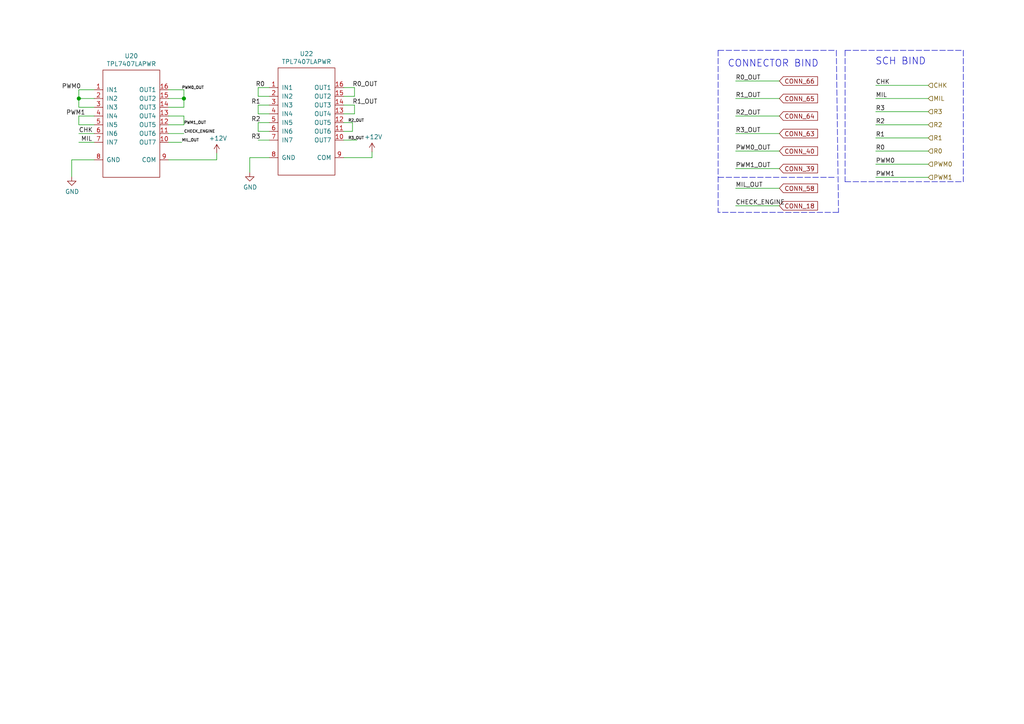
<source format=kicad_sch>
(kicad_sch (version 20210126) (generator eeschema)
  (paper "A4")
  (lib_symbols
    (symbol "OpenEFI-STM32-rev3:TPL7407LAPWR" (pin_names (offset 1.016))
      (property "Reference" "U" (at -6.985 5.08 0))
      (property "Value" "TPL7407LAPWR" (at 0 -22.86 0))
      (symbol "TPL7407LAPWR_0_1"
        (rectangle (start -8.255 6.35) (end 8.255 -24.765))
      )
      (symbol "TPL7407LAPWR_1_1"
        (pin input line (at -10.795 0.635 0) (length 2.54) (name "IN1") (number "1"))
        (pin output line (at 10.795 -14.605 180) (length 2.54) (name "OUT7") (number "10"))
        (pin output line (at 10.795 -12.065 180) (length 2.54) (name "OUT6") (number "11"))
        (pin output line (at 10.795 -9.525 180) (length 2.54) (name "OUT5") (number "12"))
        (pin output line (at 10.795 -6.985 180) (length 2.54) (name "OUT4") (number "13"))
        (pin output line (at 10.795 -4.445 180) (length 2.54) (name "OUT3") (number "14"))
        (pin output line (at 10.795 -1.905 180) (length 2.54) (name "OUT2") (number "15"))
        (pin output line (at 10.795 0.635 180) (length 2.54) (name "OUT1") (number "16"))
        (pin input line (at -10.795 -1.905 0) (length 2.54) (name "IN2") (number "2"))
        (pin input line (at -10.795 -4.445 0) (length 2.54) (name "IN3") (number "3"))
        (pin input line (at -10.795 -6.985 0) (length 2.54) (name "IN4") (number "4"))
        (pin input line (at -10.795 -9.525 0) (length 2.54) (name "IN5") (number "5"))
        (pin input line (at -10.795 -12.065 0) (length 2.54) (name "IN6") (number "6"))
        (pin input line (at -10.795 -14.605 0) (length 2.54) (name "IN7") (number "7"))
        (pin input line (at -10.795 -19.685 0) (length 2.54) (name "GND") (number "8"))
        (pin input line (at 10.795 -19.685 180) (length 2.54) (name "COM") (number "9"))
      )
    )
    (symbol "power:+12V" (power) (pin_names (offset 0))
      (property "Value" "+12V" (at 0 3.556 0))
      (symbol "+12V_0_1"
        (polyline (pts (xy -0.762 1.27) (xy 0 2.54)))
        (polyline (pts (xy 0 0) (xy 0 2.54)))
        (polyline (pts (xy 0 2.54) (xy 0.762 1.27)))
      )
      (symbol "+12V_1_1"
        (pin power_in line (at 0 0 90) (length 0) hide (name "+12V") (number "1"))
      )
    )
    (symbol "power:GND" (power) (pin_names (offset 0))
      (property "Value" "GND" (at 0 -3.81 0))
      (symbol "GND_0_1"
        (polyline (pts (xy 0 0) (xy 0 -1.27) (xy 1.27 -1.27) (xy 0 -2.54) (xy -1.27 -1.27) (xy 0 -1.27)))
      )
      (symbol "GND_1_1"
        (pin power_in line (at 0 0 270) (length 0) hide (name "GND") (number "1"))
      )
    )
  )
  (junction (at 22.86 28.575) (diameter 1.016))
  (junction (at 53.34 28.575) (diameter 1.016))
  (wire (pts (xy 20.8026 46.355) (xy 20.8026 51.2572)))
  (wire (pts (xy 22.86 26.035) (xy 27.305 26.035)))
  (wire (pts (xy 22.86 28.575) (xy 22.86 26.035)))
  (wire (pts (xy 22.86 28.575) (xy 27.305 28.575)))
  (wire (pts (xy 22.86 31.115) (xy 22.86 28.575)))
  (wire (pts (xy 22.86 33.655) (xy 22.86 36.195)))
  (wire (pts (xy 22.86 36.195) (xy 27.305 36.195)))
  (wire (pts (xy 22.86 38.735) (xy 27.305 38.735)))
  (wire (pts (xy 22.86 41.275) (xy 27.305 41.275)))
  (wire (pts (xy 27.305 31.115) (xy 22.86 31.115)))
  (wire (pts (xy 27.305 33.655) (xy 22.86 33.655)))
  (wire (pts (xy 27.305 46.355) (xy 20.8026 46.355)))
  (wire (pts (xy 48.895 26.035) (xy 53.34 26.035)))
  (wire (pts (xy 48.895 28.575) (xy 53.34 28.575)))
  (wire (pts (xy 48.895 33.655) (xy 53.34 33.655)))
  (wire (pts (xy 48.895 36.195) (xy 53.34 36.195)))
  (wire (pts (xy 48.895 41.275) (xy 52.705 41.275)))
  (wire (pts (xy 48.895 46.355) (xy 62.865 46.355)))
  (wire (pts (xy 53.34 26.035) (xy 53.34 28.575)))
  (wire (pts (xy 53.34 28.575) (xy 53.34 31.115)))
  (wire (pts (xy 53.34 31.115) (xy 48.895 31.115)))
  (wire (pts (xy 53.34 33.655) (xy 53.34 36.195)))
  (wire (pts (xy 53.34 38.735) (xy 48.895 38.735)))
  (wire (pts (xy 62.865 44.45) (xy 62.865 46.355)))
  (wire (pts (xy 72.4408 45.72) (xy 72.4408 49.9872)))
  (wire (pts (xy 74.8792 25.4) (xy 74.8792 27.94)))
  (wire (pts (xy 74.8792 27.94) (xy 78.105 27.94)))
  (wire (pts (xy 74.8792 30.48) (xy 74.8792 33.02)))
  (wire (pts (xy 74.8792 33.02) (xy 78.105 33.02)))
  (wire (pts (xy 74.8792 35.56) (xy 74.8792 38.1)))
  (wire (pts (xy 74.8792 38.1) (xy 78.105 38.1)))
  (wire (pts (xy 74.8792 40.64) (xy 78.105 40.64)))
  (wire (pts (xy 78.105 25.4) (xy 74.8792 25.4)))
  (wire (pts (xy 78.105 30.48) (xy 74.8792 30.48)))
  (wire (pts (xy 78.105 35.56) (xy 74.8792 35.56)))
  (wire (pts (xy 78.105 45.72) (xy 72.4408 45.72)))
  (wire (pts (xy 99.695 25.4) (xy 102.8192 25.4)))
  (wire (pts (xy 99.695 30.48) (xy 102.8192 30.48)))
  (wire (pts (xy 99.695 35.56) (xy 102.235 35.56)))
  (wire (pts (xy 99.695 40.64) (xy 103.505 40.64)))
  (wire (pts (xy 99.695 45.72) (xy 107.8992 45.72)))
  (wire (pts (xy 102.235 35.56) (xy 102.235 38.1)))
  (wire (pts (xy 102.235 38.1) (xy 99.695 38.1)))
  (wire (pts (xy 102.8192 25.4) (xy 102.8192 27.94)))
  (wire (pts (xy 102.8192 27.94) (xy 99.695 27.94)))
  (wire (pts (xy 102.8192 30.48) (xy 102.8192 33.02)))
  (wire (pts (xy 102.8192 33.02) (xy 99.695 33.02)))
  (wire (pts (xy 107.8992 45.72) (xy 107.8992 44.0436)))
  (wire (pts (xy 213.36 23.495) (xy 226.06 23.495)))
  (wire (pts (xy 213.36 28.575) (xy 226.06 28.575)))
  (wire (pts (xy 213.36 33.655) (xy 226.06 33.655)))
  (wire (pts (xy 213.36 38.735) (xy 226.06 38.735)))
  (wire (pts (xy 213.36 43.815) (xy 226.06 43.815)))
  (wire (pts (xy 213.36 48.895) (xy 226.06 48.895)))
  (wire (pts (xy 213.36 54.61) (xy 226.06 54.61)))
  (wire (pts (xy 213.36 59.69) (xy 226.06 59.69)))
  (wire (pts (xy 254 24.765) (xy 269.24 24.765)))
  (wire (pts (xy 254 28.575) (xy 269.24 28.575)))
  (wire (pts (xy 254 32.385) (xy 269.24 32.385)))
  (wire (pts (xy 254 36.195) (xy 269.24 36.195)))
  (wire (pts (xy 254 40.005) (xy 269.24 40.005)))
  (wire (pts (xy 254 43.815) (xy 269.24 43.815)))
  (wire (pts (xy 254 47.625) (xy 269.24 47.625)))
  (wire (pts (xy 254 51.435) (xy 269.24 51.435)))
  (polyline (pts (xy 208.28 14.605) (xy 208.28 61.595)) (stroke (width 0) (type dash)))
  (polyline (pts (xy 208.28 14.605) (xy 242.57 14.605)) (stroke (width 0) (type dash)))
  (polyline (pts (xy 208.28 51.435) (xy 242.57 51.435)) (stroke (width 0) (type dash)))
  (polyline (pts (xy 242.57 14.605) (xy 243.205 61.595)) (stroke (width 0) (type dash)))
  (polyline (pts (xy 243.205 61.595) (xy 208.28 61.595)) (stroke (width 0) (type dash)))
  (polyline (pts (xy 245.11 14.605) (xy 245.11 52.705)) (stroke (width 0) (type dash)))
  (polyline (pts (xy 245.11 14.605) (xy 279.4 14.605)) (stroke (width 0) (type dash)))
  (polyline (pts (xy 245.11 52.705) (xy 279.4 52.705)) (stroke (width 0) (type dash)))
  (polyline (pts (xy 279.4 14.605) (xy 279.4 52.705)) (stroke (width 0) (type dash)))
  (text "CONNECTOR BIND" (at 237.49 19.685 180) (effects (font (size 2 2)) (justify right bottom)))
  (text "SCH BIND" (at 268.605 19.05 180) (effects (font (size 2 2)) (justify right bottom)))
  (label "CHK" (at 22.86 38.735 0))
  (label "PWM0" (at 23.495 26.035 180))
  (label "MIL" (at 23.495 41.275 0))
  (label "PWM1" (at 24.765 33.655 180))
  (label "PWM0_OUT" (at 52.705 26.035 0) (effects (font (size 0.8 0.8))))
  (label "MIL_OUT" (at 52.705 41.275 0) (effects (font (size 0.8 0.8))))
  (label "PWM1_OUT" (at 53.34 36.195 0) (effects (font (size 0.8 0.8))))
  (label "CHECK_ENGINE" (at 53.34 38.735 0) (effects (font (size 0.8 0.8))))
  (label "R1" (at 75.565 30.48 180))
  (label "R2" (at 75.565 35.56 180))
  (label "R3" (at 75.565 40.64 180))
  (label "R0" (at 76.835 25.4 180))
  (label "R2_OUT" (at 100.965 35.56 0) (effects (font (size 0.8 0.8))))
  (label "R3_OUT" (at 100.965 40.64 0) (effects (font (size 0.8 0.8))))
  (label "R0_OUT" (at 102.235 25.4 0))
  (label "R1_OUT" (at 102.235 30.48 0))
  (label "R0_OUT" (at 213.36 23.495 0))
  (label "R1_OUT" (at 213.36 28.575 0))
  (label "R2_OUT" (at 213.36 33.655 0))
  (label "R3_OUT" (at 213.36 38.735 0))
  (label "PWM0_OUT" (at 213.36 43.815 0))
  (label "PWM1_OUT" (at 213.36 48.895 0))
  (label "MIL_OUT" (at 213.36 54.61 0))
  (label "CHECK_ENGINE" (at 213.36 59.69 0))
  (label "CHK" (at 254 24.765 0))
  (label "MIL" (at 254 28.575 0))
  (label "R3" (at 254 32.385 0))
  (label "R2" (at 254 36.195 0))
  (label "R1" (at 254 40.005 0))
  (label "R0" (at 254 43.815 0))
  (label "PWM0" (at 254 47.625 0))
  (label "PWM1" (at 254 51.435 0))
  (global_label "CONN_66" (shape input) (at 226.06 23.495 0) (property "Intersheet References" "${INTERSHEET_REFS}" (effects hide)))
  (global_label "CONN_65" (shape input) (at 226.06 28.575 0) (property "Intersheet References" "${INTERSHEET_REFS}" (effects hide)))
  (global_label "CONN_64" (shape input) (at 226.06 33.655 0) (property "Intersheet References" "${INTERSHEET_REFS}" (effects hide)))
  (global_label "CONN_63" (shape input) (at 226.06 38.735 0) (property "Intersheet References" "${INTERSHEET_REFS}" (effects hide)))
  (global_label "CONN_40" (shape input) (at 226.06 43.815 0) (property "Intersheet References" "${INTERSHEET_REFS}" (effects hide)))
  (global_label "CONN_39" (shape input) (at 226.06 48.895 0) (property "Intersheet References" "${INTERSHEET_REFS}" (effects hide)))
  (global_label "CONN_58" (shape input) (at 226.06 54.61 0) (property "Intersheet References" "${INTERSHEET_REFS}" (effects hide)))
  (global_label "CONN_18" (shape input) (at 226.06 59.69 0) (property "Intersheet References" "${INTERSHEET_REFS}" (effects hide)))
  (hierarchical_label "CHK" (shape input) (at 269.24 24.765 0))
  (hierarchical_label "MIL" (shape input) (at 269.24 28.575 0))
  (hierarchical_label "R3" (shape input) (at 269.24 32.385 0))
  (hierarchical_label "R2" (shape input) (at 269.24 36.195 0))
  (hierarchical_label "R1" (shape input) (at 269.24 40.005 0))
  (hierarchical_label "R0" (shape input) (at 269.24 43.815 0))
  (hierarchical_label "PWM0" (shape input) (at 269.24 47.625 0))
  (hierarchical_label "PWM1" (shape input) (at 269.24 51.435 0))
  (symbol (lib_id "power:+12V") (at 62.865 44.45 0) (unit 1)
    (property "Reference" "#PWR0135" (effects hide))
    (property "Value" "+12V" (at 63.2333 40.1256 0))
  )
  (symbol (lib_id "power:+12V") (at 107.8992 44.0436 0) (unit 1)
    (property "Reference" "#PWR0129" (effects hide))
    (property "Value" "+12V" (at 108.2675 39.7192 0))
  )
  (symbol (lib_id "power:GND") (at 20.8026 51.2572 0) (unit 1)
    (property "Reference" "#PWR0130" (effects hide))
    (property "Value" "GND" (at 20.9169 55.5816 0))
  )
  (symbol (lib_id "power:GND") (at 72.4408 49.9872 0) (unit 1)
    (property "Reference" "#PWR0122" (effects hide))
    (property "Value" "GND" (at 72.5551 54.3116 0))
  )
  (symbol (lib_id "OpenEFI-STM32-rev3:TPL7407LAPWR") (at 38.1 26.67 0) (unit 1)
    (property "Reference" "U20" (at 38.1 16.2368 0))
    (property "Value" "TPL7407LAPWR" (at 38.1 18.5355 0))
    (property "Footprint" "Package_SO:TSSOP-16_4.4x5mm_P0.65mm" (effects hide))
  )
  (symbol (lib_id "OpenEFI-STM32-rev3:TPL7407LAPWR") (at 88.9 26.035 0) (unit 1)
    (property "Reference" "U22" (at 88.9 15.6018 0))
    (property "Value" "TPL7407LAPWR" (at 88.9 17.9005 0))
    (property "Footprint" "Package_SO:TSSOP-16_4.4x5mm_P0.65mm" (effects hide))
  )
)
</source>
